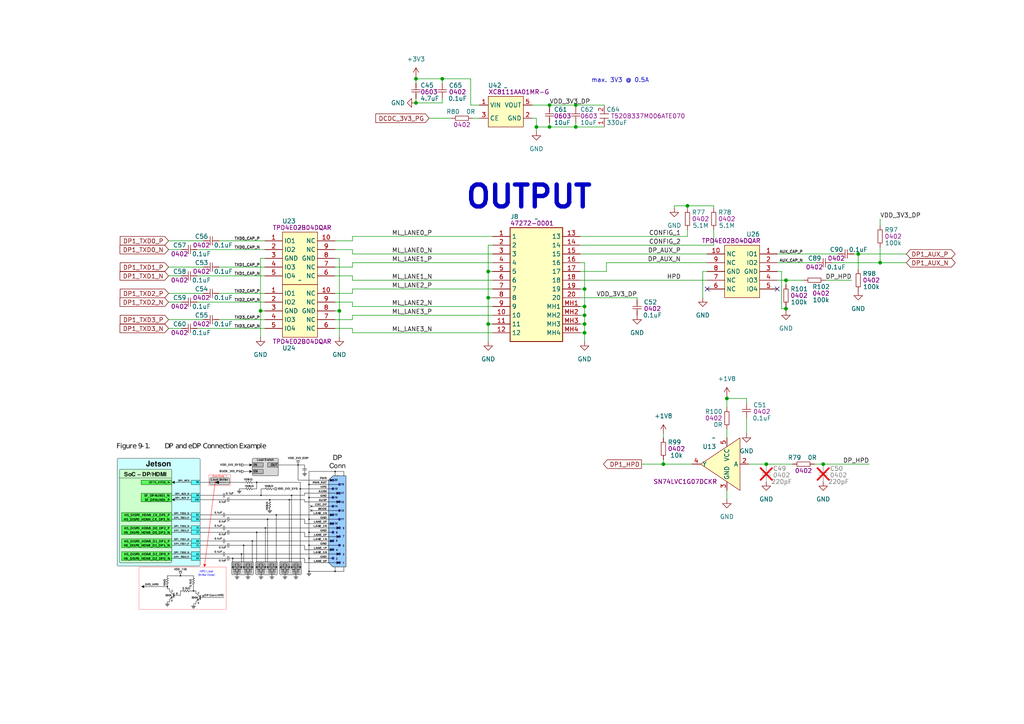
<source format=kicad_sch>
(kicad_sch (version 20230121) (generator eeschema)
  (paper "A4")
  (lib_symbols
    (symbol "SamacSys_Parts:47272-0001"
      (property "Reference" "J" (at 21.59 7.62 0))
      (property "Value" "47272-0001" (at 21.59 5.08 0))
      (symbol "47272-0001_1_1"
        (rectangle (start 5.08 2.54) (end 20.32 -30.48) (stroke (width 0.254)) (fill (type background)))
        (pin passive line (at 0 0 0) (length 5.08) (name "1") (number "1"))
        (pin passive line (at 0 -22.86 0) (length 5.08) (name "10") (number "10"))
        (pin passive line (at 0 -25.4 0) (length 5.08) (name "11") (number "11"))
        (pin passive line (at 0 -27.94 0) (length 5.08) (name "12") (number "12"))
        (pin passive line (at 25.4 0 180) (length 5.08) (name "13") (number "13"))
        (pin passive line (at 25.4 -2.54 180) (length 5.08) (name "14") (number "14"))
        (pin passive line (at 25.4 -5.08 180) (length 5.08) (name "15") (number "15"))
        (pin passive line (at 25.4 -7.62 180) (length 5.08) (name "16") (number "16"))
        (pin passive line (at 25.4 -10.16 180) (length 5.08) (name "17") (number "17"))
        (pin passive line (at 25.4 -12.7 180) (length 5.08) (name "18") (number "18"))
        (pin passive line (at 25.4 -15.24 180) (length 5.08) (name "19") (number "19"))
        (pin passive line (at 0 -2.54 0) (length 5.08) (name "2") (number "2"))
        (pin passive line (at 25.4 -17.78 180) (length 5.08) (name "20") (number "20"))
        (pin passive line (at 0 -5.08 0) (length 5.08) (name "3") (number "3"))
        (pin passive line (at 0 -7.62 0) (length 5.08) (name "4") (number "4"))
        (pin passive line (at 0 -10.16 0) (length 5.08) (name "5") (number "5"))
        (pin passive line (at 0 -12.7 0) (length 5.08) (name "6") (number "6"))
        (pin passive line (at 0 -15.24 0) (length 5.08) (name "7") (number "7"))
        (pin passive line (at 0 -17.78 0) (length 5.08) (name "8") (number "8"))
        (pin passive line (at 0 -20.32 0) (length 5.08) (name "9") (number "9"))
        (pin passive line (at 25.4 -20.32 180) (length 5.08) (name "MH1") (number "MH1"))
        (pin passive line (at 25.4 -22.86 180) (length 5.08) (name "MH2") (number "MH2"))
        (pin passive line (at 25.4 -25.4 180) (length 5.08) (name "MH3") (number "MH3"))
        (pin passive line (at 25.4 -27.94 180) (length 5.08) (name "MH4") (number "MH4"))
      )
    )
    (symbol "power:+1V8" (power) (pin_names (offset 0))
      (property "Value" "+1V8" (at 0 3.556 0))
      (symbol "+1V8_0_1"
        (polyline (pts (xy -0.762 1.27) (xy 0 2.54)))
        (polyline (pts (xy 0 0) (xy 0 2.54)))
        (polyline (pts (xy 0 2.54) (xy 0.762 1.27)))
      )
      (symbol "+1V8_1_1"
        (pin power_in line (at 0 0 90) (length 0) hide (name "+1V8") (number "1"))
      )
    )
    (symbol "power:+3V3" (power) (pin_names (offset 0))
      (property "Value" "+3V3" (at 0 3.556 0))
      (symbol "+3V3_0_1"
        (polyline (pts (xy -0.762 1.27) (xy 0 2.54)))
        (polyline (pts (xy 0 0) (xy 0 2.54)))
        (polyline (pts (xy 0 2.54) (xy 0.762 1.27)))
      )
      (symbol "+3V3_1_1"
        (pin power_in line (at 0 0 90) (length 0) hide (name "+3V3") (number "1"))
      )
    )
    (symbol "power:GND" (power) (pin_names (offset 0))
      (property "Value" "GND" (at 0 -3.81 0))
      (symbol "GND_0_1"
        (polyline (pts (xy 0 0) (xy 0 -1.27) (xy 1.27 -1.27) (xy 0 -2.54) (xy -1.27 -1.27) (xy 0 -1.27)))
      )
      (symbol "GND_1_1"
        (pin power_in line (at 0 0 270) (length 0) hide (name "GND") (number "1"))
      )
    )
    (symbol "the_backrooms:SN74LVC1G07"
      (property "Reference" "U" (at 0 0 0))
      (symbol "SN74LVC1G07_1_1"
        (polyline (pts (xy -3.81 -7.62) (xy 3.81 -2.54) (xy 7.62 0) (xy 7.62 -15.24) (xy -3.81 -7.62)) (fill (type background)))
        (pin input line (at 10.16 -7.62 180) (length 2.54) (name "A") (number "2"))
        (pin power_in line (at 3.81 -15.24 90) (length 2.54) (name "GND") (number "3"))
        (pin output line (at -6.35 -7.62 0) (length 2.54) (name "Y") (number "4"))
        (pin power_in line (at 3.81 0 270) (length 2.54) (name "VCC") (number "5"))
      )
    )
    (symbol "the_backrooms:T520B337M006ATE070"
      (property "Reference" "C" (at 0 0 0))
      (symbol "T520B337M006ATE070_0_1"
        (polyline (pts (xy 2.54 -1.27) (xy 2.54 0)))
        (polyline (pts (xy 2.54 0) (xy 2.54 1.27)))
        (polyline (pts (xy 3.81 1.27) (xy 3.81 -1.27)))
      )
      (symbol "T520B337M006ATE070_1_1"
        (pin passive line (at 0 0 0) (length 2.54) (name "") (number "1"))
        (pin passive line (at 6.35 0 180) (length 2.54) (name "") (number "2"))
      )
    )
    (symbol "the_backrooms:TPD4E02B04DQAR"
      (property "Reference" "U" (at 0 0 0))
      (property "Value" "TPD4E02B04DQAR" (at 0 0 0))
      (symbol "TPD4E02B04DQAR_1_1"
        (rectangle (start 5.08 -1.27) (end 15.24 -16.51) (fill (type background)))
        (pin bidirectional line (at 0 -3.81 0) (length 5.08) (name "IO1") (number "1"))
        (pin bidirectional line (at 20.32 -3.81 180) (length 5.08) (name "NC") (number "10"))
        (pin bidirectional line (at 0 -6.35 0) (length 5.08) (name "IO2") (number "2"))
        (pin bidirectional line (at 0 -8.89 0) (length 5.08) (name "GND") (number "3"))
        (pin bidirectional line (at 0 -11.43 0) (length 5.08) (name "IO3") (number "4"))
        (pin bidirectional line (at 0 -13.97 0) (length 5.08) (name "IO4") (number "5"))
        (pin bidirectional line (at 20.32 -13.97 180) (length 5.08) (name "NC") (number "6"))
        (pin bidirectional line (at 20.32 -11.43 180) (length 5.08) (name "NC") (number "7"))
        (pin bidirectional line (at 20.32 -8.89 180) (length 5.08) (name "GND") (number "8"))
        (pin bidirectional line (at 20.32 -6.35 180) (length 5.08) (name "NC") (number "9"))
      )
    )
    (symbol "the_backrooms:XC8111"
      (property "Reference" "U" (at 0 0 0))
      (property "Value" "XC8111" (at 0 0 0))
      (symbol "XC8111_1_1"
        (rectangle (start 2.54 0) (end 12.7 -8.89) (fill (type background)))
        (pin power_in line (at 0 -2.54 0) (length 2.54) (name "VIN") (number "1"))
        (pin power_in line (at 15.24 -6.35 180) (length 2.54) (name "GND") (number "2"))
        (pin input line (at 0 -6.35 0) (length 2.54) (name "CE") (number "3"))
        (pin power_out line (at 15.24 -2.54 180) (length 2.54) (name "VOUT") (number "5"))
      )
    )
    (symbol "the_backrooms:cap_0402"
      (property "Reference" "C" (at -0.635 0 0))
      (property "Package/Case" "0402" (at -1.27 1.27 0))
      (symbol "cap_0402_0_1"
        (polyline (pts (xy 1.905 0) (xy 1.905 -1.27)))
        (polyline (pts (xy 2.54 1.27) (xy 2.54 -1.27)))
        (polyline (pts (xy 3.175 0) (xy 2.54 0)))
        (polyline (pts (xy 1.27 0) (xy 1.905 0) (xy 1.905 1.27)))
      )
      (symbol "cap_0402_1_1"
        (pin free line (at 0 0 0) (length 1.27) (name "") (number "1"))
        (pin free line (at 4.445 0 180) (length 1.27) (name "") (number "2"))
      )
    )
    (symbol "the_backrooms:cap_0603"
      (property "Reference" "C" (at 0 0 0))
      (property "Package/Case" "0603" (at 0 0 0))
      (symbol "cap_0603_0_1"
        (polyline (pts (xy 1.905 0) (xy 1.905 -1.27)))
        (polyline (pts (xy 2.54 1.27) (xy 2.54 -1.27)))
        (polyline (pts (xy 3.175 0) (xy 2.54 0)))
        (polyline (pts (xy 1.27 0) (xy 1.905 0) (xy 1.905 1.27)))
      )
      (symbol "cap_0603_1_1"
        (pin free line (at 0 0 0) (length 1.27) (name "") (number "1"))
        (pin free line (at 4.445 0 180) (length 1.27) (name "") (number "2"))
      )
    )
    (symbol "the_backrooms:res_0402"
      (property "Reference" "R" (at 3.175 -1.905 0))
      (property "Package/Case" "0402" (at -3.175 1.905 0))
      (symbol "res_0402_0_1"
        (rectangle (start 1.27 0.635) (end 5.08 -0.635))
      )
      (symbol "res_0402_1_1"
        (pin free line (at 0 0 0) (length 1.27) (name "") (number "1"))
        (pin free line (at 6.35 0 180) (length 1.27) (name "") (number "2"))
      )
    )
  )
  (junction (at 141.605 86.36))
  (junction (at 75.565 90.17))
  (junction (at 227.965 81.28))
  (junction (at 141.605 93.98))
  (junction (at 222.25 134.62))
  (junction (at 155.575 36.83))
  (junction (at 120.65 29.845))
  (junction (at 167.005 36.83))
  (junction (at 192.405 134.62))
  (junction (at 169.545 88.9))
  (junction (at 169.545 93.98))
  (junction (at 159.385 30.48))
  (junction (at 141.605 78.74))
  (junction (at 255.27 76.2))
  (junction (at 98.425 90.17))
  (junction (at 238.76 134.62))
  (junction (at 199.39 59.69))
  (junction (at 169.545 83.82))
  (junction (at 159.385 36.83))
  (junction (at 120.65 22.86))
  (junction (at 128.27 22.86))
  (junction (at 248.92 73.66))
  (junction (at 167.005 30.48))
  (junction (at 210.82 115.57))
  (junction (at 169.545 96.52))
  (junction (at 227.965 89.535))
  (junction (at 169.545 91.44))
  (no_connect (at 225.425 83.82))
  (no_connect (at 205.105 83.82))
  (wire (pts (xy 102.235 87.63) (xy 97.155 87.63)))
  (wire (pts (xy 207.01 71.12) (xy 207.01 66.675)))
  (wire (pts (xy 248.92 73.66) (xy 262.89 73.66)))
  (wire (pts (xy 128.27 22.86) (xy 128.27 24.13)))
  (wire (pts (xy 136.525 22.86) (xy 136.525 30.48)))
  (wire (pts (xy 102.235 95.25) (xy 97.155 95.25)))
  (wire (pts (xy 142.875 93.98) (xy 141.605 93.98)))
  (wire (pts (xy 137.16 34.29) (xy 139.065 34.29)))
  (wire (pts (xy 175.895 78.74) (xy 175.895 76.2)))
  (wire (pts (xy 210.82 142.24) (xy 210.82 144.78)))
  (wire (pts (xy 203.835 78.74) (xy 203.835 86.36)))
  (wire (pts (xy 159.385 30.48) (xy 159.385 31.115)))
  (wire (pts (xy 255.27 71.755) (xy 255.27 76.2)))
  (wire (pts (xy 159.385 36.83) (xy 167.005 36.83)))
  (wire (pts (xy 199.39 59.69) (xy 207.01 59.69)))
  (wire (pts (xy 186.055 134.62) (xy 192.405 134.62)))
  (wire (pts (xy 168.275 68.58) (xy 199.39 68.58)))
  (wire (pts (xy 98.425 90.17) (xy 97.155 90.17)))
  (wire (pts (xy 63.5 69.85) (xy 76.835 69.85)))
  (wire (pts (xy 168.275 83.82) (xy 169.545 83.82)))
  (wire (pts (xy 102.235 76.2) (xy 142.875 76.2)))
  (wire (pts (xy 75.565 90.17) (xy 76.835 90.17)))
  (wire (pts (xy 227.965 90.17) (xy 227.965 89.535)))
  (wire (pts (xy 102.235 85.09) (xy 97.155 85.09)))
  (wire (pts (xy 169.545 83.82) (xy 169.545 88.9)))
  (wire (pts (xy 169.545 76.2) (xy 169.545 83.82)))
  (wire (pts (xy 102.235 92.71) (xy 97.155 92.71)))
  (wire (pts (xy 48.895 95.25) (xy 52.705 95.25)))
  (wire (pts (xy 168.275 91.44) (xy 169.545 91.44)))
  (wire (pts (xy 98.425 90.17) (xy 98.425 97.79)))
  (wire (pts (xy 48.895 92.71) (xy 59.055 92.71)))
  (wire (pts (xy 222.25 134.62) (xy 229.87 134.62)))
  (wire (pts (xy 102.235 88.9) (xy 102.235 87.63)))
  (wire (pts (xy 48.895 77.47) (xy 59.055 77.47)))
  (wire (pts (xy 102.235 73.66) (xy 142.875 73.66)))
  (wire (pts (xy 102.235 68.58) (xy 102.235 69.85)))
  (wire (pts (xy 175.895 76.2) (xy 205.105 76.2)))
  (wire (pts (xy 192.405 133.35) (xy 192.405 134.62)))
  (wire (pts (xy 97.155 74.93) (xy 98.425 74.93)))
  (wire (pts (xy 238.76 134.62) (xy 238.76 135.255)))
  (wire (pts (xy 168.275 76.2) (xy 169.545 76.2)))
  (wire (pts (xy 63.5 92.71) (xy 76.835 92.71)))
  (wire (pts (xy 102.235 91.44) (xy 102.235 92.71)))
  (wire (pts (xy 98.425 74.93) (xy 98.425 90.17)))
  (wire (pts (xy 210.82 115.57) (xy 216.535 115.57)))
  (wire (pts (xy 75.565 74.93) (xy 75.565 90.17)))
  (wire (pts (xy 168.275 86.36) (xy 184.785 86.36)))
  (wire (pts (xy 102.235 81.28) (xy 142.875 81.28)))
  (wire (pts (xy 102.235 68.58) (xy 142.875 68.58)))
  (wire (pts (xy 167.005 30.48) (xy 167.005 31.115)))
  (wire (pts (xy 57.15 72.39) (xy 76.835 72.39)))
  (wire (pts (xy 48.895 80.01) (xy 52.705 80.01)))
  (wire (pts (xy 168.275 81.28) (xy 205.105 81.28)))
  (wire (pts (xy 226.695 78.74) (xy 226.695 89.535)))
  (wire (pts (xy 168.275 71.12) (xy 207.01 71.12)))
  (wire (pts (xy 192.405 134.62) (xy 200.66 134.62)))
  (wire (pts (xy 76.835 74.93) (xy 75.565 74.93)))
  (wire (pts (xy 168.275 93.98) (xy 169.545 93.98)))
  (wire (pts (xy 168.275 78.74) (xy 175.895 78.74)))
  (wire (pts (xy 199.39 66.675) (xy 199.39 68.58)))
  (wire (pts (xy 225.425 78.74) (xy 226.695 78.74)))
  (wire (pts (xy 57.15 87.63) (xy 76.835 87.63)))
  (wire (pts (xy 120.65 22.86) (xy 128.27 22.86)))
  (wire (pts (xy 167.005 30.48) (xy 175.26 30.48)))
  (wire (pts (xy 102.235 73.66) (xy 102.235 72.39)))
  (wire (pts (xy 48.895 85.09) (xy 59.055 85.09)))
  (wire (pts (xy 169.545 93.98) (xy 169.545 96.52)))
  (wire (pts (xy 222.25 134.62) (xy 222.25 135.255)))
  (wire (pts (xy 48.895 69.85) (xy 59.055 69.85)))
  (wire (pts (xy 168.275 88.9) (xy 169.545 88.9)))
  (wire (pts (xy 207.01 59.69) (xy 207.01 60.325)))
  (wire (pts (xy 227.965 89.535) (xy 227.965 88.9)))
  (wire (pts (xy 128.27 22.86) (xy 136.525 22.86)))
  (wire (pts (xy 102.235 80.01) (xy 97.155 80.01)))
  (wire (pts (xy 210.82 124.46) (xy 210.82 127)))
  (wire (pts (xy 226.695 89.535) (xy 227.965 89.535)))
  (wire (pts (xy 120.65 22.225) (xy 120.65 22.86)))
  (wire (pts (xy 255.27 63.5) (xy 255.27 65.405)))
  (wire (pts (xy 120.65 22.86) (xy 120.65 24.13)))
  (wire (pts (xy 128.27 29.845) (xy 128.27 28.575)))
  (wire (pts (xy 120.65 28.575) (xy 120.65 29.845)))
  (wire (pts (xy 159.385 35.56) (xy 159.385 36.83)))
  (wire (pts (xy 102.235 83.82) (xy 102.235 85.09)))
  (wire (pts (xy 195.58 60.325) (xy 195.58 59.69)))
  (wire (pts (xy 241.3 76.2) (xy 255.27 76.2)))
  (wire (pts (xy 159.385 30.48) (xy 167.005 30.48)))
  (wire (pts (xy 102.235 81.28) (xy 102.235 80.01)))
  (wire (pts (xy 102.235 76.2) (xy 102.235 77.47)))
  (wire (pts (xy 210.82 118.11) (xy 210.82 115.57)))
  (wire (pts (xy 199.39 59.69) (xy 199.39 60.325)))
  (wire (pts (xy 141.605 78.74) (xy 142.875 78.74)))
  (wire (pts (xy 210.82 114.935) (xy 210.82 115.57)))
  (wire (pts (xy 136.525 30.48) (xy 139.065 30.48)))
  (wire (pts (xy 236.22 134.62) (xy 238.76 134.62)))
  (wire (pts (xy 248.92 73.66) (xy 248.92 78.105)))
  (wire (pts (xy 227.965 81.28) (xy 233.045 81.28)))
  (wire (pts (xy 225.425 73.66) (xy 243.205 73.66)))
  (wire (pts (xy 225.425 81.28) (xy 227.965 81.28)))
  (wire (pts (xy 238.76 134.62) (xy 252.095 134.62)))
  (wire (pts (xy 168.275 96.52) (xy 169.545 96.52)))
  (wire (pts (xy 57.15 80.01) (xy 76.835 80.01)))
  (wire (pts (xy 169.545 91.44) (xy 169.545 93.98)))
  (wire (pts (xy 167.005 35.56) (xy 167.005 36.83)))
  (wire (pts (xy 102.235 83.82) (xy 142.875 83.82)))
  (wire (pts (xy 154.305 30.48) (xy 159.385 30.48)))
  (wire (pts (xy 168.275 73.66) (xy 205.105 73.66)))
  (wire (pts (xy 192.405 125.73) (xy 192.405 127)))
  (wire (pts (xy 142.875 71.12) (xy 141.605 71.12)))
  (wire (pts (xy 102.235 72.39) (xy 97.155 72.39)))
  (wire (pts (xy 102.235 96.52) (xy 102.235 95.25)))
  (wire (pts (xy 155.575 34.29) (xy 155.575 36.83)))
  (wire (pts (xy 48.895 87.63) (xy 52.705 87.63)))
  (wire (pts (xy 225.425 76.2) (xy 236.855 76.2)))
  (wire (pts (xy 239.395 81.28) (xy 247.015 81.28)))
  (wire (pts (xy 141.605 71.12) (xy 141.605 78.74)))
  (wire (pts (xy 75.565 90.17) (xy 75.565 97.79)))
  (wire (pts (xy 120.65 29.845) (xy 128.27 29.845)))
  (wire (pts (xy 216.535 115.57) (xy 216.535 116.84)))
  (wire (pts (xy 141.605 93.98) (xy 141.605 99.06)))
  (wire (pts (xy 247.65 73.66) (xy 248.92 73.66)))
  (wire (pts (xy 195.58 59.69) (xy 199.39 59.69)))
  (wire (pts (xy 141.605 78.74) (xy 141.605 86.36)))
  (wire (pts (xy 63.5 77.47) (xy 76.835 77.47)))
  (wire (pts (xy 154.305 34.29) (xy 155.575 34.29)))
  (wire (pts (xy 141.605 86.36) (xy 142.875 86.36)))
  (wire (pts (xy 124.46 34.29) (xy 130.81 34.29)))
  (wire (pts (xy 57.15 95.25) (xy 76.835 95.25)))
  (wire (pts (xy 169.545 96.52) (xy 169.545 99.06)))
  (wire (pts (xy 255.27 76.2) (xy 262.89 76.2)))
  (wire (pts (xy 167.005 36.83) (xy 175.26 36.83)))
  (wire (pts (xy 205.105 78.74) (xy 203.835 78.74)))
  (wire (pts (xy 217.17 134.62) (xy 222.25 134.62)))
  (wire (pts (xy 155.575 36.83) (xy 159.385 36.83)))
  (wire (pts (xy 102.235 96.52) (xy 142.875 96.52)))
  (wire (pts (xy 227.965 81.28) (xy 227.965 82.55)))
  (wire (pts (xy 141.605 93.98) (xy 141.605 86.36)))
  (wire (pts (xy 155.575 36.83) (xy 155.575 38.1)))
  (wire (pts (xy 216.535 121.285) (xy 216.535 125.73)))
  (wire (pts (xy 169.545 88.9) (xy 169.545 91.44)))
  (wire (pts (xy 102.235 77.47) (xy 97.155 77.47)))
  (wire (pts (xy 63.5 85.09) (xy 76.835 85.09)))
  (wire (pts (xy 102.235 88.9) (xy 142.875 88.9)))
  (wire (pts (xy 102.235 69.85) (xy 97.155 69.85)))
  (wire (pts (xy 102.235 91.44) (xy 142.875 91.44)))
  (wire (pts (xy 184.785 86.36) (xy 184.785 86.995)))
  (wire (pts (xy 48.895 72.39) (xy 52.705 72.39)))
  (image (at 67.31 152.4))
  (text "max. 3V3 @ 0.5A" (at 171.45 24.13 0) (effects (font (size 1.27 1.27)) (justify left bottom)))
  (text "OUTPUT" (at 134.62 60.96 0) (effects (font (size 6.35 6.35) (thickness 1.27) bold) (justify left bottom)))
  (label "HPD" (at 197.485 81.28 180))
  (label "DP_HPD" (at 252.095 134.62 180))
  (label "TXD1_CAP_P" (at 67.945 77.47 0) (effects (font (size 0.8 0.8))))
  (label "ML_LANE2_P" (at 113.665 83.82 0))
  (label "DP_HPD" (at 247.015 81.28 180))
  (label "VDD_3V3_DP" (at 184.785 86.36 180))
  (label "TXD2_CAP_N" (at 67.945 87.63 0) (effects (font (size 0.8 0.8))))
  (label "ML_LANE3_P" (at 113.665 91.44 0))
  (label "AUX_CAP_P" (at 226.06 73.66 0) (effects (font (size 0.8 0.8))))
  (label "ML_LANE1_P" (at 113.665 76.2 0))
  (label "AUX_CAP_N" (at 226.06 76.2 0) (effects (font (size 0.8 0.8))))
  (label "ML_LANE1_N" (at 113.665 81.28 0))
  (label "DP_AUX_P" (at 197.485 73.66 180))
  (label "TXD0_CAP_P" (at 67.945 69.85 0) (effects (font (size 0.8 0.8))))
  (label "DP_AUX_N" (at 197.485 76.2 180))
  (label "TXD2_CAP_P" (at 67.945 85.09 0) (effects (font (size 0.8 0.8))))
  (label "ML_LANE3_N" (at 113.665 96.52 0))
  (label "TXD1_CAP_N" (at 67.945 80.01 0) (effects (font (size 0.8 0.8))))
  (label "TXD3_CAP_N" (at 67.945 95.25 0) (effects (font (size 0.8 0.8))))
  (label "CONFIG_1" (at 197.485 68.58 180))
  (label "VDD_3V3_DP" (at 255.27 63.5 0))
  (label "VDD_3V3_DP" (at 159.385 30.48 0))
  (label "ML_LANE2_N" (at 113.665 88.9 0))
  (label "CONFIG_2" (at 197.485 71.12 180))
  (label "TXD0_CAP_N" (at 67.945 72.39 0) (effects (font (size 0.8 0.8))))
  (label "ML_LANE0_P" (at 113.665 68.58 0))
  (label "ML_LANE0_N" (at 113.665 73.66 0))
  (label "TXD3_CAP_P" (at 67.945 92.71 0) (effects (font (size 0.8 0.8))))
  (global_label "DP1_HPD" (shape output) (at 186.055 134.62 180) (property "Intersheetrefs" "${INTERSHEET_REFS}" (at 174.4822 134.62 0) (effects (justify right))))
  (global_label "DP1_TXD2_N" (shape input) (at 48.895 87.63 180) (property "Intersheetrefs" "${INTERSHEET_REFS}" (at 34.238 87.63 0) (effects (justify right))))
  (global_label "DP1_TXD1_N" (shape input) (at 48.895 80.01 180) (property "Intersheetrefs" "${INTERSHEET_REFS}" (at 34.238 80.01 0) (effects (justify right))))
  (global_label "DP1_TXD3_N" (shape input) (at 48.895 95.25 180) (property "Intersheetrefs" "${INTERSHEET_REFS}" (at 34.238 95.25 0) (effects (justify right))))
  (global_label "DP1_TXD0_N" (shape input) (at 48.895 72.39 180) (property "Intersheetrefs" "${INTERSHEET_REFS}" (at 34.238 72.39 0) (effects (justify right))))
  (global_label "DP1_TXD1_P" (shape input) (at 48.895 77.47 180) (property "Intersheetrefs" "${INTERSHEET_REFS}" (at 34.2985 77.47 0) (effects (justify right))))
  (global_label "DP1_AUX_P" (shape bidirectional) (at 262.89 73.66 0) (property "Intersheetrefs" "${INTERSHEET_REFS}" (at 277.5698 73.66 0) (effects (justify left))))
  (global_label "DCDC_3V3_PG" (shape input) (at 124.46 34.29 180) (property "Intersheetrefs" "${INTERSHEET_REFS}" (at 108.412 34.29 0) (effects (justify right))))
  (global_label "DP1_AUX_N" (shape bidirectional) (at 262.89 76.2 0) (property "Intersheetrefs" "${INTERSHEET_REFS}" (at 277.6303 76.2 0) (effects (justify left))))
  (global_label "DP1_TXD3_P" (shape input) (at 48.895 92.71 180) (property "Intersheetrefs" "${INTERSHEET_REFS}" (at 34.2985 92.71 0) (effects (justify right))))
  (global_label "DP1_TXD2_P" (shape input) (at 48.895 85.09 180) (property "Intersheetrefs" "${INTERSHEET_REFS}" (at 34.2985 85.09 0) (effects (justify right))))
  (global_label "DP1_TXD0_P" (shape input) (at 48.895 69.85 180) (property "Intersheetrefs" "${INTERSHEET_REFS}" (at 34.2985 69.85 0) (effects (justify right))))
  (symbol (lib_id "power:GND") (at 248.92 84.455 0) (unit 1)
    (property "Reference" "#PWR0180" (effects hide))
    (property "Value" "GND" (at 248.92 89.535 0))
  )
  (symbol (lib_id "power:GND") (at 222.25 139.7 0) (unit 1)
    (property "Reference" "#PWR0116" (effects hide))
    (property "Value" "GND" (at 222.25 144.78 0))
  )
  (symbol (lib_id "the_backrooms:cap_0402") (at 238.76 139.7 90) (unit 1) (dnp yes)
    (property "Reference" "C50" (at 240.665 135.89 90) (effects (justify right)))
    (property "Value" "220pF" (at 243.205 139.7 90))
    (property "Footprint" "the_backrooms:0402_cap" (effects hide))
    (property "Package/Case" "0402" (at 240.665 137.795 90) (effects (justify right)))
    (property "Mfr. No." "AC0402JPNPO9BN221" (effects hide))
    (property "Description" "220pF 0402 50V" (effects hide))
  )
  (symbol (lib_id "the_backrooms:TPD4E02B04DQAR") (at 76.835 66.04 0) (unit 1)
    (property "Reference" "U23" (at 83.82 64.135 0))
    (property "Value" "~" (at 86.995 66.04 0))
    (property "Footprint" "the_backrooms:TPD4E02B04DQAR" (effects hide))
    (property "Datasheet" "https://www.ti.com/lit/ds/symlink/tpd4e02b04.pdf?HQS=dis-mous-null-mousermode-dsf-pf-null-wwe&ts=1689961253789&ref_url=https%253A%252F%252Fwww.mouser.de%252F" (effects hide))
    (property "Mfr. No." "TPD4E02B04DQAR" (at 87.63 66.04 0))
    (property "Package/Case" "USON-10" (effects hide))
    (property "Description" "ESD Suppressors / TVS Diodes TPD4E02B04 4-Ch ESD Protection Diode" (effects hide))
  )
  (symbol (lib_id "the_backrooms:cap_0402") (at 57.15 80.01 180) (unit 1)
    (property "Reference" "C58" (at 50.165 78.74 0) (effects (justify right)))
    (property "Value" "0.1uF" (at 58.42 81.28 0))
    (property "Footprint" "the_backrooms:0402_cap" (effects hide))
    (property "Package/Case" "0402" (at 49.53 81.28 0) (effects (justify right)))
    (property "Mfr. No." "04025C104KAT4A" (effects hide))
    (property "Description" "0.1uF 0402 50V" (effects hide))
  )
  (symbol (lib_id "power:+1V8") (at 192.405 125.73 0) (unit 1)
    (property "Reference" "#PWR0181" (effects hide))
    (property "Value" "+1V8" (at 192.405 120.65 0))
  )
  (symbol (lib_id "the_backrooms:cap_0402") (at 57.15 72.39 180) (unit 1)
    (property "Reference" "C57" (at 50.165 71.12 0) (effects (justify right)))
    (property "Value" "0.1uF" (at 58.42 73.66 0))
    (property "Footprint" "the_backrooms:0402_cap" (effects hide))
    (property "Package/Case" "0402" (at 49.53 73.66 0) (effects (justify right)))
    (property "Mfr. No." "04025C104KAT4A" (effects hide))
    (property "Description" "0.1uF 0402 50V" (effects hide))
  )
  (symbol (lib_id "the_backrooms:cap_0402") (at 63.5 85.09 180) (unit 1)
    (property "Reference" "C54" (at 56.515 83.82 0) (effects (justify right)))
    (property "Value" "0.1uF" (at 64.77 86.36 0))
    (property "Footprint" "the_backrooms:0402_cap" (effects hide))
    (property "Package/Case" "0402" (at 55.88 86.36 0) (effects (justify right)))
    (property "Mfr. No." "04025C104KAT4A" (effects hide))
    (property "Description" "0.1uF 0402 50V" (effects hide))
  )
  (symbol (lib_id "the_backrooms:cap_0402") (at 222.25 139.7 90) (unit 1) (dnp yes)
    (property "Reference" "C49" (at 224.155 135.89 90) (effects (justify right)))
    (property "Value" "220pF" (at 226.695 139.7 90))
    (property "Footprint" "the_backrooms:0402_cap" (effects hide))
    (property "Package/Case" "0402" (at 224.155 137.795 90) (effects (justify right)))
    (property "Mfr. No." "AC0402JPNPO9BN221" (effects hide))
    (property "Description" "220pF 0402 50V" (effects hide))
  )
  (symbol (lib_id "the_backrooms:res_0402") (at 255.27 71.755 90) (unit 1)
    (property "Reference" "R97" (at 256.54 66.675 90) (effects (justify right)))
    (property "Value" "100k" (at 259.08 70.485 90))
    (property "Footprint" "the_backrooms:0402_res" (effects hide))
    (property "Package/Case" "0402" (at 256.54 68.58 90) (effects (justify right)))
    (property "Mfr. No." "RC0402FR-07100KL" (effects hide))
    (property "Description" "100k 0402 62.5mW 1%" (effects hide))
  )
  (symbol (lib_id "the_backrooms:cap_0603") (at 167.005 35.56 90) (unit 1)
    (property "Reference" "C62" (at 168.275 31.75 90) (effects (justify right)))
    (property "Value" "10uF" (at 168.275 35.56 90) (effects (justify right)))
    (property "Footprint" "the_backrooms:0603_cap" (effects hide))
    (property "Package/Case" "0603" (at 168.275 33.655 90) (effects (justify right)))
    (property "Mfr. No." "0603ZW106MAT2A" (effects hide))
    (property "Description" "10uF 0603 10V" (effects hide))
  )
  (symbol (lib_id "power:GND") (at 98.425 97.79 0) (unit 1)
    (property "Reference" "#PWR0123" (effects hide))
    (property "Value" "GND" (at 98.425 102.87 0))
  )
  (symbol (lib_id "the_backrooms:T520B337M006ATE070") (at 175.26 36.83 90) (unit 1)
    (property "Reference" "C64" (at 175.895 31.75 90) (effects (justify right)))
    (property "Value" "330uF" (at 175.895 35.56 90) (effects (justify right)))
    (property "Footprint" "the_backrooms:T520B337M006ATE070" (effects hide))
    (property "Datasheet" "https://www.mouser.de/datasheet/2/212/1/KEM_T2076_T52X_530-1104134.pdf" (effects hide))
    (property "Mfr. No." "T520B337M006ATE070" (at 187.96 33.655 90))
    (property "Package/Case" "3528mm" (effects hide))
    (property "Description" "Tantalum Capacitors - Polymer 6.3V 330uF 1311 20% ESR=70mOhms" (effects hide))
  )
  (symbol (lib_id "the_backrooms:res_0402") (at 248.92 84.455 90) (unit 1)
    (property "Reference" "R98" (at 250.19 79.375 90) (effects (justify right)))
    (property "Value" "100k" (at 252.73 83.185 90))
    (property "Footprint" "the_backrooms:0402_res" (effects hide))
    (property "Package/Case" "0402" (at 250.19 81.28 90) (effects (justify right)))
    (property "Mfr. No." "RC0402FR-07100KL" (effects hide))
    (property "Description" "100k 0402 62.5mW 1%" (effects hide))
  )
  (symbol (lib_id "the_backrooms:cap_0402") (at 216.535 121.285 90) (unit 1)
    (property "Reference" "C51" (at 218.44 117.475 90) (effects (justify right)))
    (property "Value" "0.1uF" (at 220.98 121.285 90))
    (property "Footprint" "the_backrooms:0402_cap" (effects hide))
    (property "Package/Case" "0402" (at 218.44 119.38 90) (effects (justify right)))
    (property "Mfr. No." "04025C104KAT4A" (effects hide))
    (property "Description" "0.1uF 0402 50V" (effects hide))
  )
  (symbol (lib_id "the_backrooms:TPD4E02B04DQAR") (at 225.425 69.85 0) (mirror y) (unit 1)
    (property "Reference" "U26" (at 218.44 67.945 0))
    (property "Value" "~" (at 215.265 69.85 0))
    (property "Footprint" "the_backrooms:TPD4E02B04DQAR" (effects hide))
    (property "Datasheet" "https://www.ti.com/lit/ds/symlink/tpd4e02b04.pdf?HQS=dis-mous-null-mousermode-dsf-pf-null-wwe&ts=1689961253789&ref_url=https%253A%252F%252Fwww.mouser.de%252F" (effects hide))
    (property "Mfr. No." "TPD4E02B04DQAR" (at 212.09 69.85 0))
    (property "Package/Case" "USON-10" (effects hide))
    (property "Description" "ESD Suppressors / TVS Diodes TPD4E02B04 4-Ch ESD Protection Diode" (effects hide))
  )
  (symbol (lib_id "the_backrooms:SN74LVC1G07") (at 207.01 127 0) (unit 1)
    (property "Reference" "U13" (at 205.74 129.54 0))
    (property "Value" "~" (at 207.01 127 0))
    (property "Footprint" "the_backrooms:SN74LVC1G07" (effects hide))
    (property "Datasheet" "https://www.ti.com/lit/ds/symlink/sn74lvc1g07.pdf?HQS=dis-mous-null-mousermode-dsf-pf-null-wwe&ts=1689568647483&ref_url=https%253A%252F%252Fwww.mouser.com%252F" (effects hide))
    (property "Mfr. No." "SN74LVC1G07DCKR" (at 198.755 139.7 0))
    (property "Package/Case" " SC70-5" (effects hide))
    (property "Description" "Buffers & Line Drivers Single w/ OD" (effects hide))
  )
  (symbol (lib_id "the_backrooms:cap_0603") (at 159.385 35.56 90) (unit 1)
    (property "Reference" "C61" (at 160.655 31.75 90) (effects (justify right)))
    (property "Value" "10uF" (at 160.655 35.56 90) (effects (justify right)))
    (property "Footprint" "the_backrooms:0603_cap" (effects hide))
    (property "Package/Case" "0603" (at 160.655 33.655 90) (effects (justify right)))
    (property "Mfr. No." "0603ZW106MAT2A" (effects hide))
    (property "Description" "10uF 0603 10V" (effects hide))
  )
  (symbol (lib_id "power:GND") (at 227.965 90.17 0) (mirror y) (unit 1)
    (property "Reference" "#PWR0182" (effects hide))
    (property "Value" "GND" (at 227.965 95.25 0))
  )
  (symbol (lib_id "the_backrooms:cap_0402") (at 63.5 69.85 180) (unit 1)
    (property "Reference" "C56" (at 56.515 68.58 0) (effects (justify right)))
    (property "Value" "0.1uF" (at 64.77 71.12 0))
    (property "Footprint" "the_backrooms:0402_cap" (effects hide))
    (property "Package/Case" "0402" (at 55.88 71.12 0) (effects (justify right)))
    (property "Mfr. No." "04025C104KAT4A" (effects hide))
    (property "Description" "0.1uF 0402 50V" (effects hide))
  )
  (symbol (lib_id "the_backrooms:res_0402") (at 192.405 133.35 90) (unit 1)
    (property "Reference" "R99" (at 193.675 128.27 90) (effects (justify right)))
    (property "Value" "10k" (at 196.215 132.08 90))
    (property "Footprint" "the_backrooms:0402_res" (effects hide))
    (property "Package/Case" "0402" (at 193.675 130.175 90) (effects (justify right)))
    (property "Mfr. No." "RC0402FR-0710KL" (effects hide))
    (property "Description" "10k 0402 62.5mW 1%" (effects hide))
  )
  (symbol (lib_id "power:GND") (at 141.605 99.06 0) (unit 1)
    (property "Reference" "#PWR0111" (effects hide))
    (property "Value" "GND" (at 141.605 104.14 0))
  )
  (symbol (lib_id "the_backrooms:cap_0402") (at 57.15 95.25 180) (unit 1)
    (property "Reference" "C60" (at 50.165 93.98 0) (effects (justify right)))
    (property "Value" "0.1uF" (at 58.42 96.52 0))
    (property "Footprint" "the_backrooms:0402_cap" (effects hide))
    (property "Package/Case" "0402" (at 49.53 96.52 0) (effects (justify right)))
    (property "Mfr. No." "04025C104KAT4A" (effects hide))
    (property "Description" "0.1uF 0402 50V" (effects hide))
  )
  (symbol (lib_id "power:GND") (at 210.82 144.78 0) (unit 1)
    (property "Reference" "#PWR0115" (effects hide))
    (property "Value" "GND" (at 210.82 149.86 0))
  )
  (symbol (lib_id "the_backrooms:res_0402") (at 229.87 134.62 0) (unit 1)
    (property "Reference" "R79" (at 232.41 132.715 0) (effects (justify right)))
    (property "Value" "0R" (at 235.585 132.715 0))
    (property "Footprint" "the_backrooms:0402_res" (effects hide))
    (property "Package/Case" "0402" (at 235.585 136.525 0) (effects (justify right)))
    (property "Mfr. No." "CR0402-J/-000GLF" (effects hide))
    (property "Description" "0R 0402" (effects hide))
  )
  (symbol (lib_id "the_backrooms:res_0402") (at 130.81 34.29 0) (unit 1)
    (property "Reference" "R80" (at 133.35 32.385 0) (effects (justify right)))
    (property "Value" "0R" (at 136.525 32.385 0))
    (property "Footprint" "the_backrooms:0402_res" (effects hide))
    (property "Package/Case" "0402" (at 136.525 36.195 0) (effects (justify right)))
    (property "Mfr. No." "CR0402-J/-000GLF" (effects hide))
    (property "Description" "0R 0402" (effects hide))
  )
  (symbol (lib_id "SamacSys_Parts:47272-0001") (at 142.875 68.58 0) (unit 1)
    (property "Reference" "J8" (at 149.225 62.865 0))
    (property "Value" "~" (at 155.575 63.5 0))
    (property "Footprint" "SamacSys_Parts:472720001" (effects hide))
    (property "Datasheet" "https://www.molex.com/pdm_docs/sd/472720001_sd.pdf" (effects hide))
    (property "Height" "6.9" (effects hide))
    (property "Mouser Part Number" "538-47272-0001" (effects hide))
    (property "Mouser Price/Stock" "https://www.mouser.co.uk/ProductDetail/Molex/47272-0001?qs=b977CAGEd7a5ciOtTcY2iQ%3D%3D" (effects hide))
    (property "Manufacturer_Name" "Molex" (effects hide))
    (property "Manufacturer_Part_Number" "47272-0001" (effects hide))
    (property "Mfr. No." "47272-0001" (at 154.305 64.77 0))
    (property "Description" "HDMI, Displayport & DVI Connectors .5MM RA SMT RCPT" (effects hide))
  )
  (symbol (lib_id "power:GND") (at 75.565 97.79 0) (unit 1)
    (property "Reference" "#PWR0124" (effects hide))
    (property "Value" "GND" (at 75.565 102.87 0))
  )
  (symbol (lib_id "power:GND") (at 238.76 139.7 0) (unit 1)
    (property "Reference" "#PWR0117" (effects hide))
    (property "Value" "GND" (at 238.76 144.78 0))
  )
  (symbol (lib_id "power:+1V8") (at 210.82 114.935 0) (unit 1)
    (property "Reference" "#PWR0119" (effects hide))
    (property "Value" "+1V8" (at 210.82 109.855 0))
  )
  (symbol (lib_id "the_backrooms:cap_0402") (at 57.15 87.63 180) (unit 1)
    (property "Reference" "C59" (at 50.165 86.36 0) (effects (justify right)))
    (property "Value" "0.1uF" (at 58.42 88.9 0))
    (property "Footprint" "the_backrooms:0402_cap" (effects hide))
    (property "Package/Case" "0402" (at 49.53 88.9 0) (effects (justify right)))
    (property "Mfr. No." "04025C104KAT4A" (effects hide))
    (property "Description" "0.1uF 0402 50V" (effects hide))
  )
  (symbol (lib_id "the_backrooms:cap_0402") (at 247.65 73.66 180) (unit 1)
    (property "Reference" "C90" (at 240.665 72.39 0) (effects (justify right)))
    (property "Value" "0.1uF" (at 248.92 72.39 0))
    (property "Footprint" "the_backrooms:0402_cap" (effects hide))
    (property "Package/Case" "0402" (at 240.03 74.93 0) (effects (justify right)))
    (property "Mfr. No." "04025C104KAT4A" (effects hide))
    (property "Description" "0.1uF 0402 50V" (effects hide))
  )
  (symbol (lib_id "the_backrooms:TPD4E02B04DQAR") (at 76.835 81.28 0) (unit 1)
    (property "Reference" "U24" (at 83.82 100.965 0))
    (property "Value" "~" (at 86.995 81.28 0))
    (property "Footprint" "the_backrooms:TPD4E02B04DQAR" (effects hide))
    (property "Datasheet" "https://www.ti.com/lit/ds/symlink/tpd4e02b04.pdf?HQS=dis-mous-null-mousermode-dsf-pf-null-wwe&ts=1689961253789&ref_url=https%253A%252F%252Fwww.mouser.de%252F" (effects hide))
    (property "Mfr. No." "TPD4E02B04DQAR" (at 87.63 99.06 0))
    (property "Package/Case" "USON-10" (effects hide))
    (property "Description" "ESD Suppressors / TVS Diodes TPD4E02B04 4-Ch ESD Protection Diode" (effects hide))
  )
  (symbol (lib_id "power:GND") (at 203.835 86.36 0) (unit 1)
    (property "Reference" "#PWR0114" (effects hide))
    (property "Value" "GND" (at 203.835 91.44 0))
  )
  (symbol (lib_id "the_backrooms:res_0402") (at 199.39 66.675 90) (unit 1)
    (property "Reference" "R77" (at 200.66 61.595 90) (effects (justify right)))
    (property "Value" "5.1M" (at 203.2 65.405 90))
    (property "Footprint" "the_backrooms:0402_res" (effects hide))
    (property "Package/Case" "0402" (at 200.66 63.5 90) (effects (justify right)))
    (property "Mfr. No." "CRCW04025M10FKED" (effects hide))
    (property "Description" "5.1M 0402 62.5mW 1%" (effects hide))
  )
  (symbol (lib_id "power:GND") (at 169.545 99.06 0) (unit 1)
    (property "Reference" "#PWR0112" (effects hide))
    (property "Value" "GND" (at 169.545 104.14 0))
  )
  (symbol (lib_id "the_backrooms:cap_0603") (at 120.65 28.575 90) (unit 1)
    (property "Reference" "C45" (at 121.92 24.765 90) (effects (justify right)))
    (property "Value" "4.7uF" (at 121.92 28.575 90) (effects (justify right)))
    (property "Footprint" "the_backrooms:0603_cap" (effects hide))
    (property "Package/Case" "0603" (at 121.92 26.67 90) (effects (justify right)))
    (property "Mfr. No." "06033D475KAT2A" (effects hide))
    (property "Description" "4.7uF 0603 25V" (effects hide))
  )
  (symbol (lib_id "power:GND") (at 120.65 29.845 270) (unit 1)
    (property "Reference" "#PWR0125" (effects hide))
    (property "Value" "GND" (at 117.475 29.845 90) (effects (justify right)))
  )
  (symbol (lib_id "the_backrooms:res_0402") (at 207.01 66.675 90) (unit 1)
    (property "Reference" "R78" (at 208.28 61.595 90) (effects (justify right)))
    (property "Value" "5.1M" (at 210.82 65.405 90))
    (property "Footprint" "the_backrooms:0402_res" (effects hide))
    (property "Package/Case" "0402" (at 208.28 63.5 90) (effects (justify right)))
    (property "Mfr. No." "CRCW04025M10FKED" (effects hide))
    (property "Description" "5.1M 0402 62.5mW 1%" (effects hide))
  )
  (symbol (lib_id "the_backrooms:cap_0402") (at 241.3 76.2 180) (unit 1)
    (property "Reference" "C89" (at 234.315 74.93 0) (effects (justify right)))
    (property "Value" "0.1uF" (at 242.57 77.47 0))
    (property "Footprint" "the_backrooms:0402_cap" (effects hide))
    (property "Package/Case" "0402" (at 233.68 77.47 0) (effects (justify right)))
    (property "Mfr. No." "04025C104KAT4A" (effects hide))
    (property "Description" "0.1uF 0402 50V" (effects hide))
  )
  (symbol (lib_id "the_backrooms:res_0402") (at 227.965 88.9 90) (unit 1)
    (property "Reference" "R101" (at 229.235 83.82 90) (effects (justify right)))
    (property "Value" "100k" (at 231.775 87.63 90))
    (property "Footprint" "the_backrooms:0402_res" (effects hide))
    (property "Package/Case" "0402" (at 229.235 85.725 90) (effects (justify right)))
    (property "Mfr. No." "RC0402FR-07100KL" (effects hide))
    (property "Description" "100k 0402 62.5mW 1%" (effects hide))
  )
  (symbol (lib_id "the_backrooms:cap_0402") (at 184.785 91.44 90) (unit 1)
    (property "Reference" "C52" (at 186.69 87.63 90) (effects (justify right)))
    (property "Value" "0.1uF" (at 189.23 91.44 90))
    (property "Footprint" "the_backrooms:0402_cap" (effects hide))
    (property "Package/Case" "0402" (at 186.69 89.535 90) (effects (justify right)))
    (property "Mfr. No." "04025C104KAT4A" (effects hide))
    (property "Description" "0.1uF 0402 50V" (effects hide))
  )
  (symbol (lib_id "power:GND") (at 184.785 91.44 0) (unit 1)
    (property "Reference" "#PWR0121" (effects hide))
    (property "Value" "GND" (at 184.785 96.52 0))
  )
  (symbol (lib_id "the_backrooms:cap_0402") (at 128.27 28.575 90) (unit 1)
    (property "Reference" "C65" (at 130.175 24.765 90) (effects (justify right)))
    (property "Value" "0.1uF" (at 132.715 28.575 90))
    (property "Footprint" "the_backrooms:0402_cap" (effects hide))
    (property "Package/Case" "0402" (at 130.175 26.67 90) (effects (justify right)))
    (property "Mfr. No." "04025C104KAT4A" (effects hide))
    (property "Description" "0.1uF 0402 50V" (effects hide))
  )
  (symbol (lib_id "the_backrooms:res_0402") (at 239.395 81.28 180) (unit 1)
    (property "Reference" "R102" (at 235.585 83.185 0) (effects (justify right)))
    (property "Value" "100k" (at 238.125 86.995 0))
    (property "Footprint" "the_backrooms:0402_res" (effects hide))
    (property "Package/Case" "0402" (at 235.585 85.09 0) (effects (justify right)))
    (property "Mfr. No." "RC0402FR-07100KL" (effects hide))
    (property "Description" "100k 0402 62.5mW 1%" (effects hide))
  )
  (symbol (lib_id "power:+3V3") (at 120.65 22.225 0) (unit 1)
    (property "Reference" "#PWR0122" (effects hide))
    (property "Value" "+3V3" (at 120.65 17.145 0))
  )
  (symbol (lib_id "power:GND") (at 195.58 60.325 0) (unit 1)
    (property "Reference" "#PWR0113" (effects hide))
    (property "Value" "GND" (at 195.58 65.405 0))
  )
  (symbol (lib_id "the_backrooms:res_0402") (at 210.82 124.46 90) (unit 1)
    (property "Reference" "R100" (at 204.47 119.38 90) (effects (justify right)))
    (property "Value" "0R" (at 208.28 123.19 90))
    (property "Footprint" "the_backrooms:0402_res" (effects hide))
    (property "Package/Case" "0402" (at 204.47 121.285 90) (effects (justify right)))
    (property "Mfr. No." "CR0402-J/-000GLF" (effects hide))
    (property "Description" "0R 0402" (effects hide))
  )
  (symbol (lib_id "the_backrooms:cap_0402") (at 63.5 77.47 180) (unit 1)
    (property "Reference" "C53" (at 56.515 76.2 0) (effects (justify right)))
    (property "Value" "0.1uF" (at 64.77 78.74 0))
    (property "Footprint" "the_backrooms:0402_cap" (effects hide))
    (property "Package/Case" "0402" (at 55.88 78.74 0) (effects (justify right)))
    (property "Mfr. No." "04025C104KAT4A" (effects hide))
    (property "Description" "0.1uF 0402 50V" (effects hide))
  )
  (symbol (lib_id "the_backrooms:XC8111") (at 139.065 27.94 0) (unit 1)
    (property "Reference" "U42" (at 143.51 24.765 0))
    (property "Value" "~" (at 146.685 25.4 0))
    (property "Footprint" "the_backrooms:XC8111" (effects hide))
    (property "Datasheet" "https://www.mouser.com/catalog/specsheets/Torex%20Semiconductor_XC8110_XC8111%20Series%20Datasheet.pdf" (effects hide))
    (property "Mfr. No." "XC8111AA01MR-G" (at 150.495 26.67 0))
    (property "Package/Case" "SOT-25" (effects hide))
    (property "Description" "Power Switch ICs - Power Distribution Load Switch IC with ideal diode function" (effects hide))
  )
  (symbol (lib_id "power:GND") (at 155.575 38.1 0) (unit 1)
    (property "Reference" "#PWR0120" (effects hide))
    (property "Value" "GND" (at 155.575 43.18 0))
  )
  (symbol (lib_id "the_backrooms:cap_0402") (at 63.5 92.71 180) (unit 1)
    (property "Reference" "C55" (at 56.515 91.44 0) (effects (justify right)))
    (property "Value" "0.1uF" (at 64.77 93.98 0))
    (property "Footprint" "the_backrooms:0402_cap" (effects hide))
    (property "Package/Case" "0402" (at 55.88 93.98 0) (effects (justify right)))
    (property "Mfr. No." "04025C104KAT4A" (effects hide))
    (property "Description" "0.1uF 0402 50V" (effects hide))
  )
  (symbol (lib_id "power:GND") (at 216.535 125.73 0) (unit 1)
    (property "Reference" "#PWR0118" (effects hide))
    (property "Value" "GND" (at 216.535 130.81 0))
  )
)
</source>
